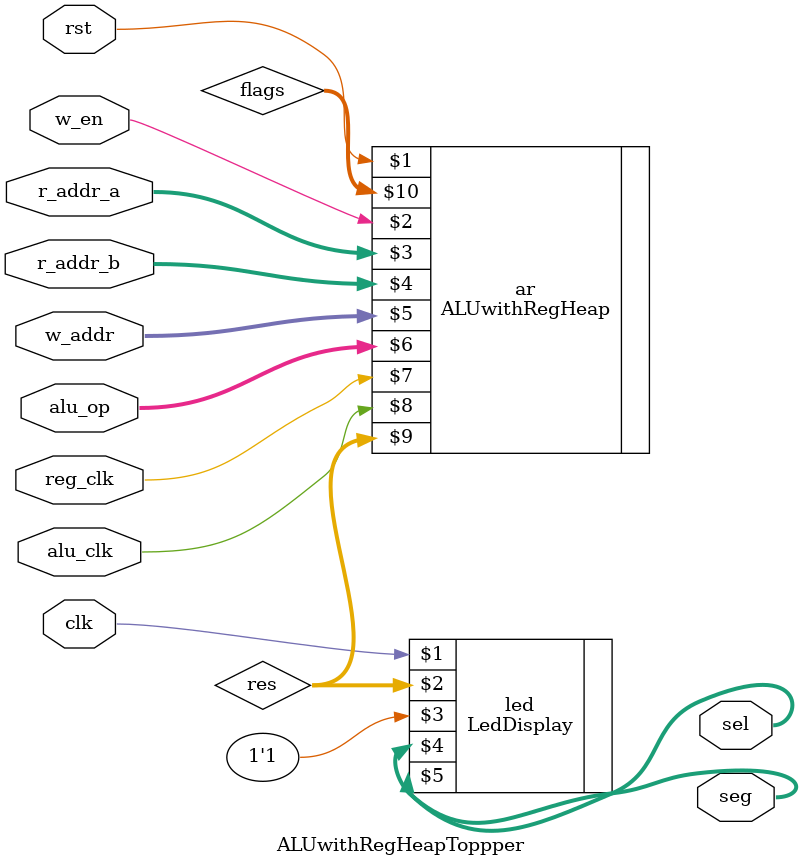
<source format=v>
`include "../include/LedDisplay.v"
module ALUwithRegHeapToppper(
    input [4:0] r_addr_a, r_addr_b, w_addr, //逻辑开关
    input [3:0] alu_op, //逻辑开关
    input w_en,
    input reg_clk, alu_clk, //用按键模拟
    input rst,    //用按键模拟
    input clk,
    output [3:0] sel,
    output [7:0] seg
);

wire [31:0] res;
wire [3:0] flags;

ALUwithRegHeap ar(
    rst,
    w_en,
    r_addr_a,
    r_addr_b,
    w_addr,
    alu_op,
    reg_clk,
    alu_clk,
    res,
    flags
);

LedDisplay led(
    clk,
    res,
    1'b1,
    sel,
    seg
);

endmodule
</source>
